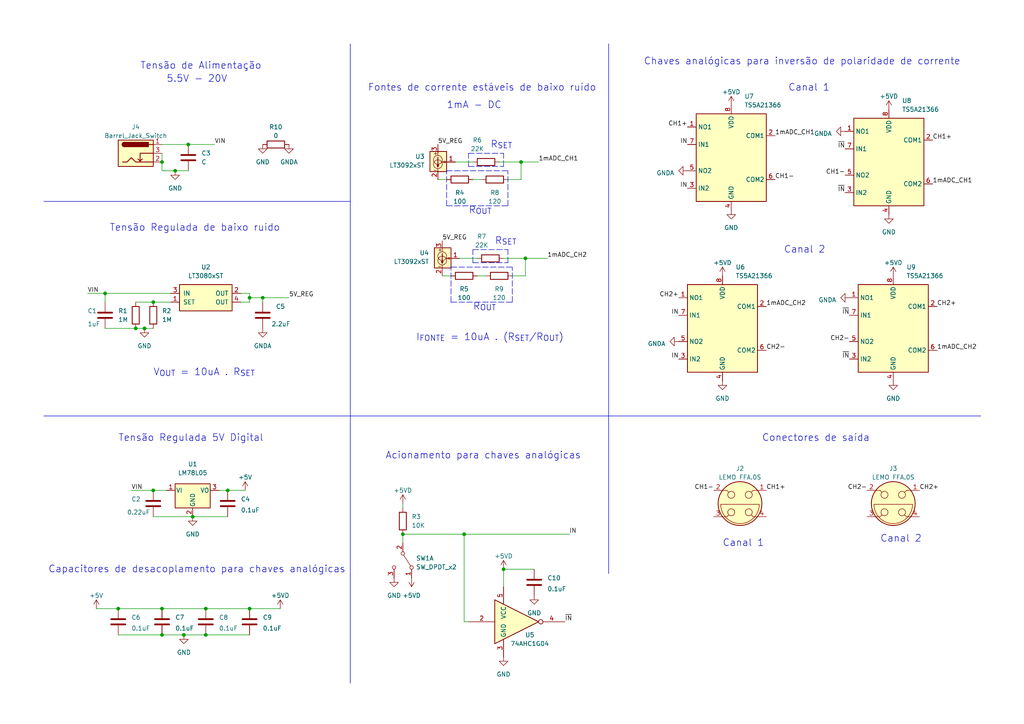
<source format=kicad_sch>
(kicad_sch (version 20230121) (generator eeschema)
  (paper "A4")
  (title_block (title "Fonte de Corrente para Sensor Hall (SWLS)") (rev "V.0") (company "Centro Nascional de Pesquisa em Energia e Materiáis "))
  (lib_symbols
    (symbol "+5VD_1" (power) (pin_names (offset 0))
      (property "Value" "+5VDC" (at 0 3.81 0))
      (symbol "+5VD_1_0_1"
        (polyline (pts (xy -0.762 1.27) (xy 0 2.54)))
        (polyline (pts (xy 0 0) (xy 0 2.54)))
        (polyline (pts (xy 0 2.54) (xy 0.762 1.27)))
      )
      (symbol "+5VD_1_1_1"
        (pin power_in line (at 0 0 90) (length 0) hide (name "+5VD") (number "1"))
      )
    )
    (symbol "74xGxx:74AHC1G04"
      (property "Reference" "U" (at -2.54 3.81 0))
      (property "Value" "74AHC1G04" (at 0 -3.81 0))
      (symbol "74AHC1G04_0_1"
        (polyline (pts (xy -7.62 6.35) (xy -7.62 -6.35) (xy 5.08 0) (xy -7.62 6.35)) (stroke (width 0.254)) (fill (type background)))
      )
      (symbol "74AHC1G04_1_1"
        (pin input line (at -15.24 0 0) (length 7.62) (name "~") (number "2"))
        (pin power_in line (at -5.08 -10.16 90) (length 5.08) (name "GND") (number "3"))
        (pin output inverted (at 12.7 0 180) (length 7.62) (name "~") (number "4"))
        (pin power_in line (at -5.08 10.16 270) (length 5.08) (name "VCC") (number "5"))
      )
    )
    (symbol "Connector:Barrel_Jack_Switch" (pin_names hide)
      (property "Reference" "J" (at 0 5.334 0))
      (property "Value" "Barrel_Jack_Switch" (at 0 -5.08 0))
      (symbol "Barrel_Jack_Switch_0_1"
        (rectangle (start -5.08 3.81) (end 5.08 -3.81) (stroke (width 0.254)) (fill (type background)))
        (arc (start -3.302 3.175) (mid -3.9343 2.54) (end -3.302 1.905) (stroke (width 0.254)))
        (arc (start -3.302 3.175) (mid -3.9343 2.54) (end -3.302 1.905) (stroke (width 0.254)) (fill (type outline)))
        (polyline (pts (xy 1.27 -2.286) (xy 1.905 -1.651)) (stroke (width 0.254)))
        (polyline (pts (xy 5.08 2.54) (xy 3.81 2.54)) (stroke (width 0.254)))
        (polyline (pts (xy 5.08 0) (xy 1.27 0) (xy 1.27 -2.286) (xy 0.635 -1.651)) (stroke (width 0.254)))
        (polyline (pts (xy -3.81 -2.54) (xy -2.54 -2.54) (xy -1.27 -1.27) (xy 0 -2.54) (xy 2.54 -2.54) (xy 5.08 -2.54)) (stroke (width 0.254)))
        (rectangle (start 3.683 3.175) (end -3.302 1.905) (stroke (width 0.254)) (fill (type outline)))
      )
      (symbol "Barrel_Jack_Switch_1_1"
        (pin passive line (at 7.62 2.54 180) (length 2.54) (name "~") (number "1"))
        (pin passive line (at 7.62 -2.54 180) (length 2.54) (name "~") (number "2"))
        (pin passive line (at 7.62 0 180) (length 2.54) (name "~") (number "3"))
      )
    )
    (symbol "Connector:LEMO4" (pin_names (offset 1.016) hide)
      (property "Reference" "J" (at 0 7.62 0))
      (property "Value" "LEMO4" (at 0 -7.62 0))
      (symbol "LEMO4_0_1"
        (arc (start -5.588 -0.2286) (mid -3.9513 -4.1799) (end 0 -5.8166))
        (circle (center -2.54 -2.54) (radius 1.016))
        (circle (center -2.54 2.54) (radius 1.016))
        (arc (start 0 -5.8166) (mid 3.9513 -4.1799) (end 5.588 -0.2286))
        (polyline (pts (xy -5.588 -0.2286) (xy 5.5626 -0.2286)))
        (polyline (pts (xy -5.08 -3.81) (xy -3.81 -3.81)))
        (polyline (pts (xy -3.81 -3.81) (xy -3.302 -3.302)))
        (polyline (pts (xy -3.81 3.81) (xy -5.08 3.81)))
        (polyline (pts (xy -3.81 3.81) (xy -3.302 3.302)))
        (polyline (pts (xy 3.81 -3.81) (xy 3.302 -3.302)))
        (polyline (pts (xy 3.81 3.81) (xy 3.302 3.302)))
        (polyline (pts (xy 5.08 -3.81) (xy 3.81 -3.81)))
        (polyline (pts (xy 5.08 3.81) (xy 3.81 3.81)))
        (circle (center 0 0) (radius 6.35) (stroke (width 0.254)) (fill (type background)))
        (circle (center 2.54 -2.54) (radius 1.016))
        (circle (center 2.54 2.54) (radius 1.016))
      )
      (symbol "LEMO4_1_1"
        (pin passive line (at 7.62 3.81 180) (length 2.54) (name "~") (number "1"))
        (pin passive line (at -7.62 3.81 0) (length 2.54) (name "~") (number "2"))
        (pin passive line (at -7.62 -3.81 0) (length 2.54) (name "~") (number "3"))
        (pin passive line (at 7.62 -3.81 180) (length 2.54) (name "~") (number "4"))
      )
    )
    (symbol "Device:C" (pin_numbers hide) (pin_names (offset 0.254))
      (property "Reference" "C" (at 0.635 2.54 0))
      (property "Value" "C" (at 0.635 -2.54 0))
      (symbol "C_0_1"
        (polyline (pts (xy -2.032 -0.762) (xy 2.032 -0.762)) (stroke (width 0.508)))
        (polyline (pts (xy -2.032 0.762) (xy 2.032 0.762)) (stroke (width 0.508)))
      )
      (symbol "C_1_1"
        (pin passive line (at 0 3.81 270) (length 2.794) (name "~") (number "1"))
        (pin passive line (at 0 -3.81 90) (length 2.794) (name "~") (number "2"))
      )
    )
    (symbol "Device:R" (pin_numbers hide) (pin_names (offset 0))
      (property "Reference" "R" (at 2.032 0 90))
      (property "Value" "R" (at 0 0 90))
      (symbol "R_0_1"
        (rectangle (start -1.016 -2.54) (end 1.016 2.54) (stroke (width 0.254)))
      )
      (symbol "R_1_1"
        (pin passive line (at 0 3.81 270) (length 1.27) (name "~") (number "1"))
        (pin passive line (at 0 -3.81 90) (length 1.27) (name "~") (number "2"))
      )
    )
    (symbol "GND_2" (power) (pin_numbers hide) (pin_names (offset 0) hide)
      (property "Value" "GND_2" (at 0 -3.81 0))
      (symbol "GND_2_0_1"
        (polyline (pts (xy 0 0) (xy 0 -1.27) (xy 1.27 -1.27) (xy 0 -2.54) (xy -1.27 -1.27) (xy 0 -1.27)))
      )
      (symbol "GND_2_1_1"
        (pin power_in line (at 0 0 270) (length 0) hide (name "GND") (number "1"))
      )
    )
    (symbol "GND_3" (power) (pin_numbers hide) (pin_names (offset 0) hide)
      (property "Value" "GND_3" (at 0 -3.81 0))
      (symbol "GND_3_0_1"
        (polyline (pts (xy 0 0) (xy 0 -1.27) (xy 1.27 -1.27) (xy 0 -2.54) (xy -1.27 -1.27) (xy 0 -1.27)))
      )
      (symbol "GND_3_1_1"
        (pin power_in line (at 0 0 270) (length 0) hide (name "GND") (number "1"))
      )
    )
    (symbol "LM4810_1"
      (property "Reference" "U?" (at 2.0194 15.24 0))
      (property "Value" "LM4810_1" (at 2.0194 12.7 0))
      (symbol "LM4810_1_0_1"
        (rectangle (start -10.16 7.62) (end 10.16 -17.78) (stroke (width 0.254)) (fill (type background)))
      )
      (symbol "LM4810_1_1_1"
        (pin input line (at -12.7 3.81 0) (length 2.54) (name "NO1") (number "1"))
        (pin output line (at 12.7 1.27 180) (length 2.54) (name "COM1") (number "2"))
        (pin input line (at -12.7 -13.97 0) (length 2.54) (name "IN2") (number "3"))
        (pin power_in line (at 0 -20.32 90) (length 2.54) (name "GND") (number "4"))
        (pin input line (at -12.7 -8.89 0) (length 2.54) (name "NO2") (number "5"))
        (pin output line (at 12.7 -11.43 180) (length 2.54) (name "COM2") (number "6"))
        (pin input line (at -12.7 -1.27 0) (length 2.54) (name "IN1") (number "7"))
        (pin power_in line (at 0 10.16 270) (length 2.54) (name "VDD") (number "8"))
      )
    )
    (symbol "Reference_Current:LT3092xST"
      (property "Reference" "U" (at 0.635 6.35 0))
      (property "Value" "LT3092xST" (at 0.635 4.445 0))
      (symbol "LT3092xST_0_1"
        (rectangle (start -2.286 3.048) (end 2.54 -2.794) (stroke (width 0.254)) (fill (type background)))
        (circle (center 0 -0.635) (radius 1.27))
        (polyline (pts (xy -1.143 -2.413) (xy -0.381 -2.413)))
        (polyline (pts (xy -1.016 2.413) (xy -0.254 2.413)))
        (polyline (pts (xy -0.635 2.794) (xy -0.635 2.032)))
        (polyline (pts (xy 0 -1.905) (xy 0 -3.175)))
        (polyline (pts (xy 0 1.397) (xy 0 -1.397)) (stroke (width 0.254)))
        (polyline (pts (xy 0 3.81) (xy 0 1.905)))
        (polyline (pts (xy 5.08 0) (xy 1.27 0)))
        (polyline (pts (xy 0 -1.397) (xy -0.254 -0.889) (xy 0.254 -0.889) (xy 0 -1.397)) (stroke (width 0.254)))
        (polyline (pts (xy 1.27 0) (xy 2.159 0.254) (xy 2.159 -0.254) (xy 1.27 0)))
        (circle (center 0 0.635) (radius 1.27))
      )
      (symbol "LT3092xST_1_1"
        (pin passive line (at 5.08 0 180) (length 2.54) (name "~") (number "1"))
        (pin passive line (at 0 -5.08 90) (length 2.54) (name "~") (number "2"))
        (pin passive line (at 0 5.08 270) (length 2.54) (name "~") (number "3"))
      )
    )
    (symbol "Regulator_Linear:LM78M05_TO220" (pin_names (offset 0.254))
      (property "Reference" "U" (at -3.81 3.175 0))
      (property "Value" "LM78M05_TO220" (at 0 3.175 0))
      (symbol "LM78M05_TO220_0_1"
        (rectangle (start -5.08 1.905) (end 5.08 -5.08) (stroke (width 0.254)) (fill (type background)))
      )
      (symbol "LM78M05_TO220_1_1"
        (pin power_in line (at -7.62 0 0) (length 2.54) (name "VI") (number "1"))
        (pin power_in line (at 0 -7.62 90) (length 2.54) (name "GND") (number "2"))
        (pin power_out line (at 7.62 0 180) (length 2.54) (name "VO") (number "3"))
      )
    )
    (symbol "Regulator_Linear:LT3080xST" (pin_names (offset 1.016))
      (property "Reference" "U" (at -6.35 3.81 0))
      (property "Value" "LT3080xST" (at 7.874 3.81 0))
      (symbol "LT3080xST_0_1"
        (rectangle (start -7.62 2.54) (end 7.62 -5.08) (stroke (width 0.254)) (fill (type background)))
      )
      (symbol "LT3080xST_1_1"
        (pin input line (at -10.16 -2.54 0) (length 2.54) (name "SET") (number "1"))
        (pin power_out line (at 10.16 0 180) (length 2.54) (name "OUT") (number "2"))
        (pin power_in line (at -10.16 0 0) (length 2.54) (name "IN") (number "3"))
        (pin power_out line (at 10.16 -2.54 180) (length 2.54) (name "OUT") (number "4"))
      )
    )
    (symbol "Switch:SW_DPDT_x2" (pin_names (offset 0) hide)
      (property "Reference" "SW" (at 0 4.318 0))
      (property "Value" "SW_DPDT_x2" (at 0 -5.08 0))
      (symbol "SW_DPDT_x2_0_0"
        (circle (center -2.032 0) (radius 0.508))
        (circle (center 2.032 -2.54) (radius 0.508))
      )
      (symbol "SW_DPDT_x2_0_1"
        (polyline (pts (xy -1.524 0.254) (xy 1.651 2.286)))
        (circle (center 2.032 2.54) (radius 0.508))
      )
      (symbol "SW_DPDT_x2_1_1"
        (pin passive line (at 5.08 2.54 180) (length 2.54) (name "A") (number "1"))
        (pin passive line (at -5.08 0 0) (length 2.54) (name "B") (number "2"))
        (pin passive line (at 5.08 -2.54 180) (length 2.54) (name "C") (number "3"))
      )
      (symbol "SW_DPDT_x2_2_1"
        (pin passive line (at 5.08 2.54 180) (length 2.54) (name "A") (number "4"))
        (pin passive line (at -5.08 0 0) (length 2.54) (name "B") (number "5"))
        (pin passive line (at 5.08 -2.54 180) (length 2.54) (name "C") (number "6"))
      )
    )
    (symbol "power:+5V" (power) (pin_names (offset 0))
      (property "Value" "+5V" (at 0 3.556 0))
      (symbol "+5V_0_1"
        (polyline (pts (xy -0.762 1.27) (xy 0 2.54)))
        (polyline (pts (xy 0 0) (xy 0 2.54)))
        (polyline (pts (xy 0 2.54) (xy 0.762 1.27)))
      )
      (symbol "+5V_1_1"
        (pin power_in line (at 0 0 90) (length 0) hide (name "+5V") (number "1"))
      )
    )
    (symbol "power:GND" (power) (pin_names (offset 0))
      (property "Value" "GND" (at 0 -3.81 0))
      (symbol "GND_0_1"
        (polyline (pts (xy 0 0) (xy 0 -1.27) (xy 1.27 -1.27) (xy 0 -2.54) (xy -1.27 -1.27) (xy 0 -1.27)))
      )
      (symbol "GND_1_1"
        (pin power_in line (at 0 0 270) (length 0) hide (name "GND") (number "1"))
      )
    )
    (symbol "power:GNDA" (power) (pin_names (offset 0))
      (property "Value" "GNDA" (at 0 -3.81 0))
      (symbol "GNDA_0_1"
        (polyline (pts (xy 0 0) (xy 0 -1.27) (xy 1.27 -1.27) (xy 0 -2.54) (xy -1.27 -1.27) (xy 0 -1.27)))
      )
      (symbol "GNDA_1_1"
        (pin power_in line (at 0 0 270) (length 0) hide (name "GNDA") (number "1"))
      )
    )
  )
  (junction (at 46.99 176.53))
  (junction (at 59.69 176.53))
  (junction (at 55.88 149.86))
  (junction (at 41.91 95.25))
  (junction (at 34.29 176.53))
  (junction (at 59.69 184.15))
  (junction (at 66.04 142.24))
  (junction (at 72.39 86.36))
  (junction (at 76.2 86.36))
  (junction (at 30.48 85.09))
  (junction (at 54.61 41.91))
  (junction (at 116.84 154.94))
  (junction (at 134.62 154.94))
  (junction (at 39.37 95.25))
  (junction (at 152.4 74.93))
  (junction (at 72.39 176.53))
  (junction (at 44.45 142.24))
  (junction (at 46.99 184.15))
  (junction (at 44.45 87.63))
  (junction (at 53.34 184.15))
  (junction (at 50.8 49.53))
  (junction (at 151.13 46.99))
  (junction (at 46.99 46.99))
  (junction (at 146.05 165.1))
  (wire (pts (xy 134.62 180.34) (xy 135.89 180.34)))
  (wire (pts (xy 44.45 142.24) (xy 48.26 142.24)))
  (polyline (pts (xy 101.6 114.3) (xy 101.6 198.12)))
  (polyline (pts (xy 130.81 87.63) (xy 130.81 77.47)) (stroke (width 0) (type dash)))
  (wire (pts (xy 34.29 184.15) (xy 46.99 184.15)))
  (polyline (pts (xy 135.89 44.45) (xy 146.05 44.45)) (stroke (width 0) (type dash)))
  (polyline (pts (xy 135.89 48.26) (xy 146.05 48.26)) (stroke (width 0) (type dash)))
  (wire (pts (xy 46.99 46.99) (xy 46.99 49.53)))
  (wire (pts (xy 44.45 87.63) (xy 49.53 87.63)))
  (wire (pts (xy 146.05 165.1) (xy 146.05 170.18)))
  (wire (pts (xy 55.88 149.86) (xy 66.04 149.86)))
  (wire (pts (xy 72.39 86.36) (xy 72.39 87.63)))
  (wire (pts (xy 66.04 142.24) (xy 71.12 142.24)))
  (polyline (pts (xy 137.16 72.39) (xy 147.32 72.39)) (stroke (width 0) (type dash)))
  (wire (pts (xy 30.48 87.63) (xy 30.48 85.09)))
  (wire (pts (xy 116.84 146.05) (xy 116.84 147.32)))
  (wire (pts (xy 46.99 49.53) (xy 50.8 49.53)))
  (wire (pts (xy 133.35 74.93) (xy 138.43 74.93)))
  (polyline (pts (xy 137.16 76.2) (xy 137.16 72.39)) (stroke (width 0) (type dash)))
  (wire (pts (xy 39.37 87.63) (xy 44.45 87.63)))
  (polyline (pts (xy 129.54 59.69) (xy 129.54 49.53)) (stroke (width 0) (type dash)))
  (wire (pts (xy 44.45 149.86) (xy 55.88 149.86)))
  (wire (pts (xy 46.99 184.15) (xy 53.34 184.15)))
  (wire (pts (xy 76.2 87.63) (xy 76.2 86.36)))
  (polyline (pts (xy 129.54 49.53) (xy 147.32 49.53)) (stroke (width 0) (type dash)))
  (wire (pts (xy 46.99 41.91) (xy 54.61 41.91)))
  (wire (pts (xy 116.84 154.94) (xy 134.62 154.94)))
  (wire (pts (xy 25.4 85.09) (xy 30.48 85.09)))
  (wire (pts (xy 152.4 80.01) (xy 152.4 74.93)))
  (polyline (pts (xy 147.32 76.2) (xy 147.32 72.39)) (stroke (width 0) (type dash)))
  (wire (pts (xy 116.84 154.94) (xy 116.84 157.48)))
  (polyline (pts (xy 135.89 48.26) (xy 135.89 44.45)) (stroke (width 0) (type dash)))
  (polyline (pts (xy 147.32 59.69) (xy 147.32 49.53)) (stroke (width 0) (type dash)))
  (polyline (pts (xy 146.05 48.26) (xy 146.05 44.45)) (stroke (width 0) (type dash)))
  (wire (pts (xy 69.85 87.63) (xy 72.39 87.63)))
  (wire (pts (xy 134.62 154.94) (xy 165.1 154.94)))
  (wire (pts (xy 46.99 176.53) (xy 59.69 176.53)))
  (wire (pts (xy 147.32 52.07) (xy 151.13 52.07)))
  (polyline (pts (xy 130.81 87.63) (xy 148.59 87.63)) (stroke (width 0) (type dash)))
  (wire (pts (xy 72.39 176.53) (xy 81.28 176.53)))
  (wire (pts (xy 34.29 176.53) (xy 46.99 176.53)))
  (polyline (pts (xy 137.16 76.2) (xy 147.32 76.2)) (stroke (width 0) (type dash)))
  (wire (pts (xy 137.16 52.07) (xy 139.7 52.07)))
  (wire (pts (xy 46.99 44.45) (xy 46.99 46.99)))
  (polyline (pts (xy 148.59 87.63) (xy 148.59 77.47)) (stroke (width 0) (type dash)))
  (polyline (pts (xy 12.7 58.42) (xy 101.6 58.42)))
  (wire (pts (xy 128.27 80.01) (xy 130.81 80.01)))
  (polyline (pts (xy 176.53 12.7) (xy 176.53 166.37)))
  (polyline (pts (xy 101.6 12.7) (xy 101.6 114.3)))
  (wire (pts (xy 59.69 184.15) (xy 72.39 184.15)))
  (wire (pts (xy 76.2 86.36) (xy 83.82 86.36)))
  (wire (pts (xy 134.62 154.94) (xy 134.62 180.34)))
  (wire (pts (xy 53.34 184.15) (xy 59.69 184.15)))
  (wire (pts (xy 50.8 49.53) (xy 54.61 49.53)))
  (polyline (pts (xy 129.54 59.69) (xy 147.32 59.69)) (stroke (width 0) (type dash)))
  (wire (pts (xy 148.59 80.01) (xy 152.4 80.01)))
  (wire (pts (xy 146.05 74.93) (xy 152.4 74.93)))
  (wire (pts (xy 127 52.07) (xy 129.54 52.07)))
  (wire (pts (xy 151.13 52.07) (xy 151.13 46.99)))
  (wire (pts (xy 146.05 165.1) (xy 154.94 165.1)))
  (wire (pts (xy 63.5 142.24) (xy 66.04 142.24)))
  (wire (pts (xy 138.43 80.01) (xy 140.97 80.01)))
  (wire (pts (xy 38.1 142.24) (xy 44.45 142.24)))
  (polyline (pts (xy 130.81 77.47) (xy 148.59 77.47)) (stroke (width 0) (type dash)))
  (wire (pts (xy 27.94 176.53) (xy 34.29 176.53)))
  (wire (pts (xy 132.08 46.99) (xy 137.16 46.99)))
  (polyline (pts (xy 12.7 120.65) (xy 176.53 120.65)))
  (wire (pts (xy 41.91 95.25) (xy 44.45 95.25)))
  (wire (pts (xy 59.69 176.53) (xy 72.39 176.53)))
  (wire (pts (xy 144.78 46.99) (xy 151.13 46.99)))
  (wire (pts (xy 151.13 46.99) (xy 156.21 46.99)))
  (wire (pts (xy 72.39 86.36) (xy 76.2 86.36)))
  (wire (pts (xy 39.37 95.25) (xy 41.91 95.25)))
  (wire (pts (xy 30.48 95.25) (xy 39.37 95.25)))
  (polyline (pts (xy 176.53 120.65) (xy 284.48 120.65)))
  (wire (pts (xy 69.85 85.09) (xy 72.39 85.09)))
  (wire (pts (xy 152.4 74.93) (xy 158.75 74.93)))
  (wire (pts (xy 72.39 85.09) (xy 72.39 86.36)))
  (wire (pts (xy 54.61 41.91) (xy 62.23 41.91)))
  (wire (pts (xy 30.48 85.09) (xy 49.53 85.09)))
  (text "1mA - DC" (at 129.54 31.75 0) (effects (font (size 2 2)) (justify left bottom)))
  (text "Canal 2" (at 255.27 157.48 0) (effects (font (size 2 2)) (justify left bottom)))
  (text "Capacitores de desacoplamento para chaves analógicas" (at 13.97 166.37 0) (effects (font (size 2 2)) (justify left bottom)))
  (text "R_{OUT}" (at 135.89 62.23 0) (effects (font (size 2 2)) (justify left bottom)))
  (text "Canal 1 " (at 209.55 158.75 0) (effects (font (size 2 2)) (justify left bottom)))
  (text "Chaves analógicas para inversão de polaridade de corrente " (at 186.69 19.05 0) (effects (font (size 2 2)) (justify left bottom)))
  (text "Tensão Regulada 5V Digital" (at 34.29 128.27 0) (effects (font (size 2 2)) (justify left bottom)))
  (text "Fontes de corrente estáveis de baixo ruído " (at 106.68 26.67 0) (effects (font (size 2 2)) (justify left bottom)))
  (text "Tensão de Alimentação" (at 40.64 20.32 0) (effects (font (size 2 2)) (justify left bottom)))
  (text "R_{OUT}" (at 137.16 90.17 0) (effects (font (size 2 2)) (justify left bottom)))
  (text "Canal 1 " (at 228.6 26.67 0) (effects (font (size 2 2)) (justify left bottom)))
  (text "I_{FONTE} = 10uA . (R_{SET}/R_{OUT})" (at 120.65 99.06 0) (effects (font (size 2 2)) (justify left bottom)))
  (text "Conectores de saída " (at 220.98 128.27 0) (effects (font (size 2 2)) (justify left bottom)))
  (text "V_{OUT} = 10uA . R_{SET}" (at 44.45 109.22 0) (effects (font (size 2 2)) (justify left bottom)))
  (text "Tensão Regulada de baixo ruído" (at 31.75 67.31 0) (effects (font (size 2 2)) (justify left bottom)))
  (text "R_{SET}" (at 143.51 71.12 0) (effects (font (size 2 2)) (justify left bottom)))
  (text "5.5V - 20V" (at 48.26 24.13 0) (effects (font (size 2 2)) (justify left bottom)))
  (text "Acionamento para chaves analógicas " (at 111.76 133.35 0) (effects (font (size 2 2)) (justify left bottom)))
  (text "Canal 2" (at 227.33 73.66 0) (effects (font (size 2 2)) (justify left bottom)))
  (text "R_{SET}" (at 142.24 43.18 0) (effects (font (size 2 2)) (justify left bottom)))
  (label "CH1-" (at 224.79 52.07 0))
  (label "5V_REG" (at 128.27 69.85 0))
  (label "CH2-" (at 246.38 99.06 180))
  (label "CH1-" (at 245.11 50.8 180))
  (label "VIN" (at 62.23 41.91 0))
  (label "IN" (at 199.39 41.91 180))
  (label "IN" (at 199.39 54.61 180))
  (label "CH2+" (at 196.85 86.36 180))
  (label "IN" (at 196.85 104.14 180))
  (label "~{IN}" (at 245.11 43.18 180))
  (label "CH1-" (at 207.01 142.24 180))
  (label "~{IN}" (at 246.38 91.44 180))
  (label "1mADC_CH1" (at 156.21 46.99 0))
  (label "VIN" (at 38.1 142.24 0))
  (label "~{IN}" (at 163.83 180.34 0))
  (label "CH2-" (at 222.25 101.6 0))
  (label "1mADC_CH1" (at 270.51 53.34 0))
  (label "CH1+" (at 222.25 142.24 0))
  (label "1mADC_CH1" (at 224.79 39.37 0))
  (label "CH1+" (at 199.39 36.83 180))
  (label "5V_REG" (at 83.82 86.36 0))
  (label "1mADC_CH2" (at 271.78 101.6 0))
  (label "CH1+" (at 270.51 40.64 0))
  (label "~{IN}" (at 245.11 55.88 180))
  (label "1mADC_CH2" (at 222.25 88.9 0))
  (label "CH2+" (at 271.78 88.9 0))
  (label "IN" (at 165.1 154.94 0))
  (label "CH2-" (at 251.46 142.24 180))
  (label "5V_REG" (at 127 41.91 0))
  (label "1mADC_CH2" (at 158.75 74.93 0))
  (label "~{IN}" (at 246.38 104.14 180))
  (label "CH2+" (at 266.7 142.24 0))
  (label "VIN" (at 25.4 85.09 0))
  (label "IN" (at 196.85 91.44 180))
  (symbol (lib_id "Device:C") (at 154.94 168.91 0) (unit 1)
    (property "Reference" "C10" (at 158.75 167.64 0) (effects (justify left)))
    (property "Value" "0.1uF" (at 158.75 170.815 0) (effects (justify left)))
    (property "Footprint" "Capacitor_SMD:C_0805_2012Metric" (effects hide))
  )
  (symbol (lib_id "Device:C") (at 66.04 146.05 0) (unit 1)
    (property "Reference" "C4" (at 69.85 144.78 0) (effects (justify left)))
    (property "Value" "0.1uF" (at 69.85 147.955 0) (effects (justify left)))
    (property "Footprint" "Capacitor_SMD:C_0805_2012Metric" (effects hide))
  )
  (symbol (lib_id "power:+5V") (at 71.12 142.24 0) (unit 1)
    (property "Reference" "#PWR05" (effects hide))
    (property "Value" "+5V" (at 71.12 138.43 0))
  )
  (symbol (lib_id "Device:R") (at 144.78 80.01 90) (unit 1)
    (property "Reference" "R9" (at 144.78 83.82 90))
    (property "Value" "120" (at 144.78 86.36 90))
    (property "Footprint" "Resistor_SMD:R_0805_2012Metric" (effects hide))
  )
  (symbol (lib_id "power:GNDA") (at 199.39 49.53 270) (unit 1)
    (property "Reference" "#PWR017" (effects hide))
    (property "Value" "GNDA" (at 195.58 50.165 90) (effects (justify right)))
  )
  (symbol (lib_name "+5VD_1") (lib_id "power:+5VD") (at 119.38 167.64 180) (unit 1)
    (property "Reference" "#PWR019" (effects hide))
    (property "Value" "+5VDC" (at 119.38 172.72 0))
  )
  (symbol (lib_name "LM4810_1") (lib_id "Amplifier_Audio:LM4810") (at 259.08 90.17 0) (unit 1)
    (property "Reference" "U9" (at 262.89 77.47 0) (effects (justify left)))
    (property "Value" "TS5A21366" (at 262.89 80.01 0) (effects (justify left)))
    (property "Footprint" "Package_SO:VSSOP-8_2.4x2.1mm_P0.5mm" (effects hide))
    (property "Datasheet" "https://pdf1.alldatasheet.com/datasheet-pdf/view/346107/TI/TS5A21366.html" (effects hide))
    (property "Numero do produto" "TS5A21366" (effects hide))
  )
  (symbol (lib_id "Device:C") (at 44.45 146.05 0) (unit 1)
    (property "Reference" "C2" (at 38.1 144.78 0) (effects (justify left)))
    (property "Value" "0.22uF" (at 36.83 148.59 0) (effects (justify left)))
    (property "Footprint" "Capacitor_SMD:C_0805_2012Metric" (effects hide))
  )
  (symbol (lib_id "power:+5V") (at 27.94 176.53 0) (unit 1)
    (property "Reference" "#PWR021" (effects hide))
    (property "Value" "+5V" (at 27.94 172.72 0))
  )
  (symbol (lib_id "74xGxx:74AHC1G04") (at 151.13 180.34 0) (unit 1)
    (property "Reference" "U5" (at 153.67 184.15 0))
    (property "Value" "74AHC1G04" (at 153.67 186.69 0))
    (property "Footprint" "Package_TO_SOT_SMD:SOT-353_SC-70-5_Handsoldering" (effects hide))
    (property "Datasheet" "http://www.ti.com/lit/sg/scyt129e/scyt129e.pdf" (effects hide))
    (property "Numero do produto" "74AHC1G04SE" (effects hide))
  )
  (symbol (lib_name "+5VD_1") (lib_id "power:+5VD") (at 81.28 176.53 0) (unit 1)
    (property "Reference" "#PWR020" (effects hide))
    (property "Value" "+5VDC" (at 81.28 172.72 0))
  )
  (symbol (lib_id "Connector:LEMO4") (at 259.08 146.05 0) (unit 1)
    (property "Reference" "J3" (at 259.08 135.89 0))
    (property "Value" "LEMO FFA.0S" (at 259.08 138.43 0))
    (property "Footprint" "Fonte-de-corrente-SWLS-complementar:EPG.0B.302.HLN" (effects hide))
    (property "Datasheet" " https://br.mouser.com/datasheet/2/232/EPG_0B_304_HLN-1844998.pdf" (effects hide))
    (property "Numero do produto" "EPG.0B.304.HLN" (effects hide))
  )
  (symbol (lib_id "Device:C") (at 54.61 45.72 0) (unit 1)
    (property "Reference" "C3" (at 58.42 44.4499 0) (effects (justify left)))
    (property "Value" "C" (at 58.42 46.9899 0) (effects (justify left)))
    (property "Footprint" "Capacitor_SMD:C_0805_2012Metric" (effects hide))
  )
  (symbol (lib_id "power:GNDA") (at 76.2 95.25 0) (unit 1)
    (property "Reference" "#PWR014" (effects hide))
    (property "Value" "GNDA" (at 76.2 100.33 0))
  )
  (symbol (lib_id "Reference_Current:LT3092xST") (at 127 46.99 0) (unit 1)
    (property "Reference" "U3" (at 123.19 45.4024 0) (effects (justify right)))
    (property "Value" "LT3092xST" (at 123.19 47.9424 0) (effects (justify right)))
    (property "Footprint" "Package_TO_SOT_SMD:SOT-223-3_TabPin2" (effects hide))
    (property "Datasheet" "https://www.analog.com/media/en/technical-documentation/data-sheets/3092fc.pdf" (effects hide))
  )
  (symbol (lib_id "Regulator_Linear:LM78M05_TO220") (at 55.88 142.24 0) (unit 1)
    (property "Reference" "U1" (at 55.88 134.62 0))
    (property "Value" "LM78L05" (at 55.88 137.16 0))
    (property "Footprint" "Package_TO_SOT_THT:TO-92" (effects hide))
    (property "Datasheet" "https://www.sparkfun.com/datasheets/Components/LM7805.pdf" (effects hide))
    (property "Numero do produto" "LM7805" (effects hide))
  )
  (symbol (lib_id "power:GNDA") (at 245.11 38.1 270) (unit 1)
    (property "Reference" "#PWR018" (effects hide))
    (property "Value" "GNDA" (at 241.3 38.735 90) (effects (justify right)))
  )
  (symbol (lib_name "+5VD_1") (lib_id "power:+5VD") (at 146.05 165.1 0) (unit 1)
    (property "Reference" "#PWR026" (effects hide))
    (property "Value" "+5VDC" (at 146.05 161.29 0))
  )
  (symbol (lib_id "Device:R") (at 133.35 52.07 90) (unit 1)
    (property "Reference" "R4" (at 133.35 55.88 90))
    (property "Value" "100" (at 133.35 58.42 90))
    (property "Footprint" "Resistor_SMD:R_0805_2012Metric" (effects hide))
  )
  (symbol (lib_id "Device:R") (at 80.01 41.91 90) (unit 1)
    (property "Reference" "R10" (at 80.01 36.83 90))
    (property "Value" "0" (at 80.01 39.37 90))
    (property "Footprint" "Resistor_SMD:R_0805_2012Metric" (effects hide))
  )
  (symbol (lib_id "Regulator_Linear:LT3080xST") (at 59.69 85.09 0) (unit 1)
    (property "Reference" "U2" (at 59.69 77.47 0))
    (property "Value" "LT3080xST" (at 59.69 80.01 0))
    (property "Footprint" "Package_TO_SOT_SMD:SOT-223" (effects hide))
    (property "Datasheet" "https://www.analog.com/media/en/technical-documentation/data-sheets/3080fc.pdf" (effects hide))
  )
  (symbol (lib_name "+5VD_1") (lib_id "power:+5VD") (at 259.08 80.01 0) (unit 1)
    (property "Reference" "#PWR09" (effects hide))
    (property "Value" "+5VDC" (at 259.08 76.2 0))
  )
  (symbol (lib_id "Device:R") (at 140.97 46.99 90) (unit 1)
    (property "Reference" "R6" (at 138.43 40.64 90))
    (property "Value" "22K" (at 138.43 43.18 90))
    (property "Footprint" "Resistor_SMD:R_0805_2012Metric" (effects hide))
  )
  (symbol (lib_name "GND_2") (lib_id "power:GND") (at 154.94 172.72 0) (unit 1)
    (property "Reference" "#PWR027" (effects hide))
    (property "Value" "GND" (at 154.94 177.8 0))
  )
  (symbol (lib_name "GND_3") (lib_id "power:GND") (at 50.8 49.53 0) (unit 1)
    (property "Reference" "#PWR013" (effects hide))
    (property "Value" "GND" (at 50.8 54.61 0))
  )
  (symbol (lib_name "+5VD_1") (lib_id "power:+5VD") (at 212.09 30.48 0) (unit 1)
    (property "Reference" "#PWR07" (effects hide))
    (property "Value" "+5VDC" (at 212.09 26.67 0))
  )
  (symbol (lib_name "+5VD_1") (lib_id "power:+5VD") (at 209.55 80.01 0) (unit 1)
    (property "Reference" "#PWR010" (effects hide))
    (property "Value" "+5VDC" (at 209.55 76.2 0))
  )
  (symbol (lib_name "LM4810_1") (lib_id "Amplifier_Audio:LM4810") (at 257.81 41.91 0) (unit 1)
    (property "Reference" "U8" (at 261.62 29.21 0) (effects (justify left)))
    (property "Value" "TS5A21366" (at 261.62 31.75 0) (effects (justify left)))
    (property "Footprint" "Package_SO:VSSOP-8_2.4x2.1mm_P0.5mm" (effects hide))
    (property "Datasheet" "https://pdf1.alldatasheet.com/datasheet-pdf/view/346107/TI/TS5A21366.html" (effects hide))
    (property "Numero do produto" "TS5A21366" (effects hide))
  )
  (symbol (lib_id "Device:R") (at 44.45 91.44 0) (unit 1)
    (property "Reference" "R2" (at 46.99 90.17 0) (effects (justify left)))
    (property "Value" "1M" (at 46.99 92.71 0) (effects (justify left)))
    (property "Footprint" "Resistor_SMD:R_0805_2012Metric" (effects hide))
  )
  (symbol (lib_id "Reference_Current:LT3092xST") (at 128.27 74.93 0) (unit 1)
    (property "Reference" "U4" (at 124.46 73.3424 0) (effects (justify right)))
    (property "Value" "LT3092xST" (at 124.46 75.8824 0) (effects (justify right)))
    (property "Footprint" "Package_TO_SOT_SMD:SOT-223-3_TabPin2" (effects hide))
    (property "Datasheet" "https://www.analog.com/media/en/technical-documentation/data-sheets/3092fc.pdf" (effects hide))
  )
  (symbol (lib_name "LM4810_1") (lib_id "Amplifier_Audio:LM4810") (at 209.55 90.17 0) (unit 1)
    (property "Reference" "U6" (at 213.36 77.47 0) (effects (justify left)))
    (property "Value" "TS5A21366" (at 213.36 80.01 0) (effects (justify left)))
    (property "Footprint" "Package_SO:VSSOP-8_2.4x2.1mm_P0.5mm" (effects hide))
    (property "Datasheet" "https://pdf1.alldatasheet.com/datasheet-pdf/view/346107/TI/TS5A21366.html" (effects hide))
    (property "Numero do produto" "TS5A21366" (effects hide))
  )
  (symbol (lib_name "GND_2") (lib_id "power:GND") (at 212.09 60.96 0) (unit 1)
    (property "Reference" "#PWR03" (effects hide))
    (property "Value" "GND" (at 212.09 66.04 0))
  )
  (symbol (lib_id "Device:R") (at 143.51 52.07 90) (unit 1)
    (property "Reference" "R8" (at 143.51 55.88 90))
    (property "Value" "120" (at 143.51 58.42 90))
    (property "Footprint" "Resistor_SMD:R_0805_2012Metric" (effects hide))
  )
  (symbol (lib_id "Connector:LEMO4") (at 214.63 146.05 0) (unit 1)
    (property "Reference" "J2" (at 214.63 135.89 0))
    (property "Value" "LEMO FFA.0S" (at 214.63 138.43 0))
    (property "Footprint" "Fonte-de-corrente-SWLS-complementar:EPG.0B.302.HLN" (effects hide))
    (property "Datasheet" "https://br.mouser.com/datasheet/2/232/EPG_0B_304_HLN-1844998.pdf" (effects hide))
    (property "Numero do produto" "EPG.0B.304.HLN" (effects hide))
  )
  (symbol (lib_id "power:GNDA") (at 246.38 86.36 270) (unit 1)
    (property "Reference" "#PWR028" (effects hide))
    (property "Value" "GNDA" (at 242.57 86.995 90) (effects (justify right)))
  )
  (symbol (lib_id "power:GND") (at 55.88 149.86 0) (unit 1)
    (property "Reference" "#PWR012" (effects hide))
    (property "Value" "GND" (at 55.88 154.94 0))
  )
  (symbol (lib_id "Device:R") (at 134.62 80.01 90) (unit 1)
    (property "Reference" "R5" (at 134.62 83.82 90))
    (property "Value" "100" (at 134.62 86.36 90))
    (property "Footprint" "Resistor_SMD:R_0805_2012Metric" (effects hide))
  )
  (symbol (lib_name "+5VD_1") (lib_id "power:+5VD") (at 116.84 146.05 0) (unit 1)
    (property "Reference" "#PWR06" (effects hide))
    (property "Value" "+5VDC" (at 116.84 142.24 0))
  )
  (symbol (lib_id "Connector:Barrel_Jack_Switch") (at 39.37 44.45 0) (unit 1)
    (property "Reference" "J4" (at 39.37 36.83 0))
    (property "Value" "Barrel_Jack_Switch" (at 39.37 39.37 0))
    (property "Footprint" "Connector_BarrelJack:BarrelJack_GCT_DCJ200-10-A_Horizontal" (effects hide))
    (property "Datasheet" "https://www.cuidevices.com/product/resource/pj-002ah.pdf" (effects hide))
    (property "Numero do produto" "PJ-002AH" (effects hide))
  )
  (symbol (lib_name "GND_2") (lib_id "power:GND") (at 259.08 110.49 0) (unit 1)
    (property "Reference" "#PWR02" (effects hide))
    (property "Value" "GND" (at 259.08 115.57 0))
  )
  (symbol (lib_id "Switch:SW_DPDT_x2") (at 116.84 162.56 270) (unit 1)
    (property "Reference" "SW1" (at 120.65 161.925 90) (effects (justify left)))
    (property "Value" "SW_DPDT_x2" (at 120.65 164.465 90) (effects (justify left)))
    (property "Footprint" "Fonte-de-corrente-SWLS-complementar:SW_100SP1T2B4M6QE" (effects hide))
    (property "Datasheet" "https://sten-eswitch-13110800-production.s3.amazonaws.com/system/asset/product_line/data_sheet/129/100.pdf" (effects hide))
    (property "Numero do produto" "100SP1T2B4M6QE" (effects hide))
  )
  (symbol (lib_name "LM4810_1") (lib_id "Amplifier_Audio:LM4810") (at 212.09 40.64 0) (unit 1)
    (property "Reference" "U7" (at 215.9 27.94 0) (effects (justify left)))
    (property "Value" "TS5A21366" (at 215.9 30.48 0) (effects (justify left)))
    (property "Footprint" "Package_SO:VSSOP-8_2.4x2.1mm_P0.5mm" (effects hide))
    (property "Datasheet" "https://pdf1.alldatasheet.com/datasheet-pdf/view/346107/TI/TS5A21366.html" (effects hide))
    (property "Numero do produto" "TS5A21366" (effects hide))
  )
  (symbol (lib_id "Device:R") (at 39.37 91.44 0) (unit 1)
    (property "Reference" "R1" (at 34.29 90.17 0) (effects (justify left)))
    (property "Value" "1M" (at 34.29 92.71 0) (effects (justify left)))
    (property "Footprint" "Resistor_SMD:R_0805_2012Metric" (effects hide))
  )
  (symbol (lib_id "power:GNDA") (at 83.82 41.91 0) (unit 1)
    (property "Reference" "#PWR023" (effects hide))
    (property "Value" "GNDA" (at 83.82 46.99 0))
  )
  (symbol (lib_id "Device:R") (at 116.84 151.13 0) (unit 1)
    (property "Reference" "R3" (at 119.38 149.8599 0) (effects (justify left)))
    (property "Value" "10K" (at 119.38 152.3999 0) (effects (justify left)))
    (property "Footprint" "Resistor_SMD:R_0805_2012Metric" (effects hide))
  )
  (symbol (lib_id "power:GND") (at 53.34 184.15 0) (unit 1)
    (property "Reference" "#PWR022" (effects hide))
    (property "Value" "GND" (at 53.34 189.23 0))
  )
  (symbol (lib_name "GND_2") (lib_id "power:GND") (at 146.05 190.5 0) (unit 1)
    (property "Reference" "#PWR025" (effects hide))
    (property "Value" "GND" (at 146.05 195.58 0))
  )
  (symbol (lib_name "GND_2") (lib_id "power:GND") (at 257.81 62.23 0) (unit 1)
    (property "Reference" "#PWR04" (effects hide))
    (property "Value" "GND" (at 257.81 67.31 0))
  )
  (symbol (lib_id "Device:C") (at 46.99 180.34 0) (unit 1)
    (property "Reference" "C7" (at 50.8 179.07 0) (effects (justify left)))
    (property "Value" "0.1uF" (at 50.8 182.245 0) (effects (justify left)))
    (property "Footprint" "Capacitor_SMD:C_0805_2012Metric" (effects hide))
  )
  (symbol (lib_id "Device:R") (at 142.24 74.93 90) (unit 1)
    (property "Reference" "R7" (at 139.7 68.58 90))
    (property "Value" "22K" (at 139.7 71.12 90))
    (property "Footprint" "Resistor_SMD:R_0805_2012Metric" (effects hide))
  )
  (symbol (lib_name "GND_2") (lib_id "power:GND") (at 114.3 167.64 0) (unit 1)
    (property "Reference" "#PWR015" (effects hide))
    (property "Value" "GND" (at 114.3 172.72 0))
  )
  (symbol (lib_id "Device:C") (at 30.48 91.44 0) (unit 1)
    (property "Reference" "C1" (at 25.4 90.17 0) (effects (justify left)))
    (property "Value" "1uF" (at 25.4 93.98 0) (effects (justify left)))
    (property "Footprint" "Capacitor_SMD:C_0805_2012Metric" (effects hide))
  )
  (symbol (lib_id "Device:C") (at 72.39 180.34 0) (unit 1)
    (property "Reference" "C9" (at 76.2 179.07 0) (effects (justify left)))
    (property "Value" "0.1uF" (at 76.2 182.245 0) (effects (justify left)))
    (property "Footprint" "Capacitor_SMD:C_0805_2012Metric" (effects hide))
  )
  (symbol (lib_name "+5VD_1") (lib_id "power:+5VD") (at 257.81 31.75 0) (unit 1)
    (property "Reference" "#PWR08" (effects hide))
    (property "Value" "+5VDC" (at 257.81 27.94 0))
  )
  (symbol (lib_id "power:GND") (at 41.91 95.25 0) (unit 1)
    (property "Reference" "#PWR011" (effects hide))
    (property "Value" "GND" (at 41.91 100.33 0))
  )
  (symbol (lib_id "Device:C") (at 59.69 180.34 0) (unit 1)
    (property "Reference" "C8" (at 63.5 179.07 0) (effects (justify left)))
    (property "Value" "0.1uF" (at 63.5 182.245 0) (effects (justify left)))
    (property "Footprint" "Capacitor_SMD:C_0805_2012Metric" (effects hide))
  )
  (symbol (lib_id "power:GND") (at 76.2 41.91 0) (unit 1)
    (property "Reference" "#PWR024" (effects hide))
    (property "Value" "GND" (at 76.2 46.99 0))
  )
  (symbol (lib_id "Device:C") (at 76.2 91.44 0) (unit 1)
    (property "Reference" "C5" (at 80.01 88.9 0) (effects (justify left)))
    (property "Value" "2.2uF" (at 78.74 93.98 0) (effects (justify left)))
    (property "Footprint" "Capacitor_SMD:C_0805_2012Metric" (effects hide))
  )
  (symbol (lib_id "Device:C") (at 34.29 180.34 0) (unit 1)
    (property "Reference" "C6" (at 38.1 179.07 0) (effects (justify left)))
    (property "Value" "0.1uF" (at 38.1 182.245 0) (effects (justify left)))
    (property "Footprint" "Capacitor_SMD:C_0805_2012Metric" (effects hide))
  )
  (symbol (lib_name "GND_2") (lib_id "power:GND") (at 209.55 110.49 0) (unit 1)
    (property "Reference" "#PWR01" (effects hide))
    (property "Value" "GND" (at 209.55 115.57 0))
  )
  (symbol (lib_id "power:GNDA") (at 196.85 99.06 270) (unit 1)
    (property "Reference" "#PWR016" (effects hide))
    (property "Value" "GNDA" (at 193.04 99.695 90) (effects (justify right)))
  )
)
</source>
